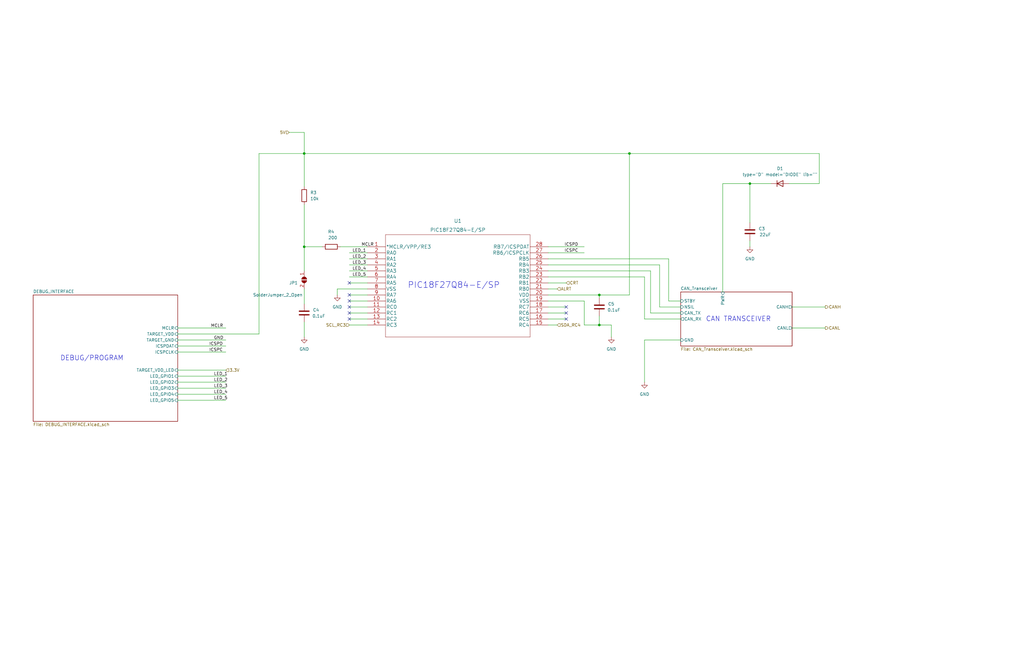
<source format=kicad_sch>
(kicad_sch (version 20211123) (generator eeschema)
  (paper "B")
  (title_block (title "ColodaroCUBE Payloads") (date "2022-01-26"))
  (lib_symbols
    (symbol "2022-01-25_01-41-04:PIC18F27Q84-E{slash}SP" (pin_names (offset 0.254))
      (property "Reference" "U" (at 38.1 10.16 0))
      (property "Value" "PIC18F27Q84-E{slash}SP" (at 38.1 7.62 0))
      (symbol "PIC18F27Q84-E{slash}SP_1_1"
        (polyline (pts (xy 7.62 -38.1) (xy 68.58 -38.1)) (stroke (width 0.127)))
        (polyline (pts (xy 7.62 5.08) (xy 7.62 -38.1)) (stroke (width 0.127)))
        (polyline (pts (xy 68.58 -38.1) (xy 68.58 5.08)) (stroke (width 0.127)))
        (polyline (pts (xy 68.58 5.08) (xy 7.62 5.08)) (stroke (width 0.127)))
        (pin bidirectional line (at 0 0 0) (length 7.62) (name "*MCLR/VPP/RE3") (number "1"))
        (pin bidirectional line (at 0 -22.86 0) (length 7.62) (name "RA6") (number "10"))
        (pin bidirectional line (at 0 -25.4 0) (length 7.62) (name "RC0") (number "11"))
        (pin bidirectional line (at 0 -27.94 0) (length 7.62) (name "RC1") (number "12"))
        (pin bidirectional line (at 0 -30.48 0) (length 7.62) (name "RC2") (number "13"))
        (pin bidirectional line (at 0 -33.02 0) (length 7.62) (name "RC3") (number "14"))
        (pin bidirectional line (at 76.2 -33.02 180) (length 7.62) (name "RC4") (number "15"))
        (pin bidirectional line (at 76.2 -30.48 180) (length 7.62) (name "RC5") (number "16"))
        (pin bidirectional line (at 76.2 -27.94 180) (length 7.62) (name "RC6") (number "17"))
        (pin bidirectional line (at 76.2 -25.4 180) (length 7.62) (name "RC7") (number "18"))
        (pin power_in line (at 76.2 -22.86 180) (length 7.62) (name "VSS") (number "19"))
        (pin bidirectional line (at 0 -2.54 0) (length 7.62) (name "RA0") (number "2"))
        (pin power_in line (at 76.2 -20.32 180) (length 7.62) (name "VDD") (number "20"))
        (pin bidirectional line (at 76.2 -17.78 180) (length 7.62) (name "RB0") (number "21"))
        (pin bidirectional line (at 76.2 -15.24 180) (length 7.62) (name "RB1") (number "22"))
        (pin bidirectional line (at 76.2 -12.7 180) (length 7.62) (name "RB2") (number "23"))
        (pin bidirectional line (at 76.2 -10.16 180) (length 7.62) (name "RB3") (number "24"))
        (pin bidirectional line (at 76.2 -7.62 180) (length 7.62) (name "RB4") (number "25"))
        (pin bidirectional line (at 76.2 -5.08 180) (length 7.62) (name "RB5") (number "26"))
        (pin bidirectional line (at 76.2 -2.54 180) (length 7.62) (name "RB6/ICSPCLK") (number "27"))
        (pin bidirectional line (at 76.2 0 180) (length 7.62) (name "RB7/ICSPDAT") (number "28"))
        (pin bidirectional line (at 0 -5.08 0) (length 7.62) (name "RA1") (number "3"))
        (pin bidirectional line (at 0 -7.62 0) (length 7.62) (name "RA2") (number "4"))
        (pin bidirectional line (at 0 -10.16 0) (length 7.62) (name "RA3") (number "5"))
        (pin bidirectional line (at 0 -12.7 0) (length 7.62) (name "RA4") (number "6"))
        (pin bidirectional line (at 0 -15.24 0) (length 7.62) (name "RA5") (number "7"))
        (pin power_in line (at 0 -17.78 0) (length 7.62) (name "VSS") (number "8"))
        (pin bidirectional line (at 0 -20.32 0) (length 7.62) (name "RA7") (number "9"))
      )
    )
    (symbol "Device:C" (pin_numbers hide) (pin_names (offset 0.254))
      (property "Reference" "C" (at 0.635 2.54 0))
      (property "Value" "C" (at 0.635 -2.54 0))
      (symbol "C_0_1"
        (polyline (pts (xy -2.032 -0.762) (xy 2.032 -0.762)) (stroke (width 0.508)))
        (polyline (pts (xy -2.032 0.762) (xy 2.032 0.762)) (stroke (width 0.508)))
      )
      (symbol "C_1_1"
        (pin passive line (at 0 3.81 270) (length 2.794) (name "~") (number "1"))
        (pin passive line (at 0 -3.81 90) (length 2.794) (name "~") (number "2"))
      )
    )
    (symbol "Device:R" (pin_numbers hide) (pin_names (offset 0))
      (property "Reference" "R" (at 2.032 0 90))
      (property "Value" "R" (at 0 0 90))
      (symbol "R_0_1"
        (rectangle (start -1.016 -2.54) (end 1.016 2.54) (stroke (width 0.254)))
      )
      (symbol "R_1_1"
        (pin passive line (at 0 3.81 270) (length 1.27) (name "~") (number "1"))
        (pin passive line (at 0 -3.81 90) (length 1.27) (name "~") (number "2"))
      )
    )
    (symbol "Jumper:SolderJumper_2_Open" (pin_names (offset 0) hide)
      (property "Reference" "JP" (at 0 2.032 0))
      (property "Value" "SolderJumper_2_Open" (at 0 -2.54 0))
      (symbol "SolderJumper_2_Open_0_1"
        (arc (start -0.254 1.016) (mid -1.27 0) (end -0.254 -1.016))
        (arc (start -0.254 1.016) (mid -1.27 0) (end -0.254 -1.016) (fill (type outline)))
        (polyline (pts (xy -0.254 1.016) (xy -0.254 -1.016)))
        (polyline (pts (xy 0.254 1.016) (xy 0.254 -1.016)))
        (arc (start 0.254 -1.016) (mid 1.27 0) (end 0.254 1.016))
        (arc (start 0.254 -1.016) (mid 1.27 0) (end 0.254 1.016) (fill (type outline)))
      )
      (symbol "SolderJumper_2_Open_1_1"
        (pin passive line (at -3.81 0 0) (length 2.54) (name "A") (number "1"))
        (pin passive line (at 3.81 0 180) (length 2.54) (name "B") (number "2"))
      )
    )
    (symbol "Simulation_SPICE:DIODE" (pin_numbers hide) (pin_names (offset 1.016) hide)
      (property "Reference" "D" (at 0 2.54 0))
      (property "Value" "DIODE" (at 0 -2.54 0))
      (symbol "DIODE_0_1"
        (polyline (pts (xy 1.27 0) (xy -1.27 0)))
        (polyline (pts (xy 1.27 1.27) (xy 1.27 -1.27)) (stroke (width 0.254)))
        (polyline (pts (xy -1.27 -1.27) (xy -1.27 1.27) (xy 1.27 0) (xy -1.27 -1.27)) (stroke (width 0.254)))
      )
      (symbol "DIODE_1_1"
        (pin passive line (at -3.81 0 0) (length 2.54) (name "A") (number "1"))
        (pin passive line (at 3.81 0 180) (length 2.54) (name "K") (number "2"))
      )
    )
    (symbol "power:GND" (power) (pin_names (offset 0))
      (property "Value" "GND" (at 0 -3.81 0))
      (symbol "GND_0_1"
        (polyline (pts (xy 0 0) (xy 0 -1.27) (xy 1.27 -1.27) (xy 0 -2.54) (xy -1.27 -1.27) (xy 0 -1.27)))
      )
      (symbol "GND_1_1"
        (pin power_in line (at 0 0 270) (length 0) hide (name "GND") (number "1"))
      )
    )
  )
  (junction (at 316.23 77.47))
  (junction (at 265.43 64.77))
  (junction (at 128.27 104.14))
  (junction (at 252.73 137.16))
  (junction (at 252.73 124.46))
  (junction (at 128.27 64.77))
  (no_connect (at 147.32 132.08))
  (no_connect (at 147.32 134.62))
  (no_connect (at 238.76 129.54))
  (no_connect (at 238.76 132.08))
  (no_connect (at 238.76 134.62))
  (no_connect (at 147.32 119.38))
  (no_connect (at 147.32 124.46))
  (no_connect (at 147.32 127))
  (no_connect (at 147.32 129.54))
  (wire (pts (xy 128.27 135.89) (xy 128.27 142.24)))
  (wire (pts (xy 278.13 111.76) (xy 278.13 129.54)))
  (wire (pts (xy 74.93 148.59) (xy 95.25 148.59)))
  (wire (pts (xy 147.32 132.08) (xy 154.94 132.08)))
  (wire (pts (xy 147.32 127) (xy 154.94 127)))
  (wire (pts (xy 74.93 156.21) (xy 95.25 156.21)))
  (wire (pts (xy 121.92 55.88) (xy 128.27 55.88)))
  (wire (pts (xy 143.51 104.14) (xy 154.94 104.14)))
  (wire (pts (xy 231.14 104.14) (xy 246.38 104.14)))
  (wire (pts (xy 271.78 134.62) (xy 271.78 116.84)))
  (wire (pts (xy 74.93 146.05) (xy 95.25 146.05)))
  (wire (pts (xy 147.32 116.84) (xy 154.94 116.84)))
  (wire (pts (xy 265.43 64.77) (xy 128.27 64.77)))
  (wire (pts (xy 128.27 55.88) (xy 128.27 64.77)))
  (wire (pts (xy 231.14 121.92) (xy 234.95 121.92)))
  (wire (pts (xy 74.93 158.75) (xy 95.25 158.75)))
  (wire (pts (xy 271.78 116.84) (xy 231.14 116.84)))
  (wire (pts (xy 128.27 64.77) (xy 128.27 78.74)))
  (wire (pts (xy 287.02 132.08) (xy 274.32 132.08)))
  (wire (pts (xy 231.14 119.38) (xy 238.76 119.38)))
  (wire (pts (xy 231.14 106.68) (xy 246.38 106.68)))
  (wire (pts (xy 74.93 163.83) (xy 95.25 163.83)))
  (wire (pts (xy 74.93 166.37) (xy 95.25 166.37)))
  (wire (pts (xy 281.94 109.22) (xy 281.94 127)))
  (wire (pts (xy 281.94 127) (xy 287.02 127)))
  (wire (pts (xy 147.32 114.3) (xy 154.94 114.3)))
  (wire (pts (xy 128.27 86.36) (xy 128.27 104.14)))
  (wire (pts (xy 316.23 101.6) (xy 316.23 104.14)))
  (wire (pts (xy 304.8 77.47) (xy 316.23 77.47)))
  (wire (pts (xy 257.81 137.16) (xy 252.73 137.16)))
  (wire (pts (xy 231.14 129.54) (xy 238.76 129.54)))
  (wire (pts (xy 246.38 137.16) (xy 252.73 137.16)))
  (wire (pts (xy 74.93 138.43) (xy 95.25 138.43)))
  (wire (pts (xy 231.14 137.16) (xy 234.95 137.16)))
  (wire (pts (xy 147.32 124.46) (xy 154.94 124.46)))
  (wire (pts (xy 147.32 134.62) (xy 154.94 134.62)))
  (wire (pts (xy 142.24 121.92) (xy 142.24 124.46)))
  (wire (pts (xy 231.14 134.62) (xy 238.76 134.62)))
  (wire (pts (xy 231.14 127) (xy 246.38 127)))
  (wire (pts (xy 246.38 127) (xy 246.38 137.16)))
  (wire (pts (xy 128.27 104.14) (xy 135.89 104.14)))
  (wire (pts (xy 147.32 129.54) (xy 154.94 129.54)))
  (wire (pts (xy 231.14 109.22) (xy 281.94 109.22)))
  (wire (pts (xy 231.14 114.3) (xy 274.32 114.3)))
  (wire (pts (xy 274.32 132.08) (xy 274.32 114.3)))
  (wire (pts (xy 334.01 138.43) (xy 347.98 138.43)))
  (wire (pts (xy 74.93 143.51) (xy 95.25 143.51)))
  (wire (pts (xy 334.01 129.54) (xy 347.98 129.54)))
  (wire (pts (xy 265.43 64.77) (xy 265.43 124.46)))
  (wire (pts (xy 304.8 77.47) (xy 304.8 123.19)))
  (wire (pts (xy 128.27 121.92) (xy 128.27 128.27)))
  (wire (pts (xy 278.13 129.54) (xy 287.02 129.54)))
  (wire (pts (xy 316.23 77.47) (xy 325.12 77.47)))
  (wire (pts (xy 74.93 168.91) (xy 95.25 168.91)))
  (wire (pts (xy 147.32 109.22) (xy 154.94 109.22)))
  (wire (pts (xy 332.74 77.47) (xy 345.44 77.47)))
  (wire (pts (xy 231.14 132.08) (xy 238.76 132.08)))
  (wire (pts (xy 252.73 124.46) (xy 252.73 125.73)))
  (wire (pts (xy 74.93 140.97) (xy 109.22 140.97)))
  (wire (pts (xy 109.22 64.77) (xy 128.27 64.77)))
  (wire (pts (xy 147.32 106.68) (xy 154.94 106.68)))
  (wire (pts (xy 257.81 137.16) (xy 257.81 142.24)))
  (wire (pts (xy 142.24 121.92) (xy 154.94 121.92)))
  (wire (pts (xy 271.78 143.51) (xy 271.78 161.29)))
  (wire (pts (xy 316.23 77.47) (xy 316.23 93.98)))
  (wire (pts (xy 252.73 133.35) (xy 252.73 137.16)))
  (wire (pts (xy 231.14 111.76) (xy 278.13 111.76)))
  (wire (pts (xy 231.14 124.46) (xy 252.73 124.46)))
  (wire (pts (xy 345.44 77.47) (xy 345.44 64.77)))
  (wire (pts (xy 345.44 64.77) (xy 265.43 64.77)))
  (wire (pts (xy 147.32 137.16) (xy 154.94 137.16)))
  (wire (pts (xy 252.73 124.46) (xy 265.43 124.46)))
  (wire (pts (xy 147.32 119.38) (xy 154.94 119.38)))
  (wire (pts (xy 287.02 134.62) (xy 271.78 134.62)))
  (wire (pts (xy 271.78 143.51) (xy 287.02 143.51)))
  (wire (pts (xy 147.32 111.76) (xy 154.94 111.76)))
  (wire (pts (xy 74.93 161.29) (xy 95.25 161.29)))
  (wire (pts (xy 128.27 104.14) (xy 128.27 114.3)))
  (wire (pts (xy 109.22 140.97) (xy 109.22 64.77)))
  (text "PIC18F27Q84-E/SP" (at 210.82 121.92 180) (effects (font (size 2.54 2.54)) (justify right bottom)))
  (text "DEBUG/PROGRAM" (at 25.4 152.4 0) (effects (font (size 2.032 2.032)) (justify left bottom)))
  (text "CAN TRANSCEIVER" (at 325.12 135.89 180) (effects (font (size 2.032 2.032)) (justify right bottom)))
  (label "LED_1" (at 148.59 106.68 0))
  (label "LED_3" (at 148.59 111.76 0))
  (label "GND" (at 90.17 143.51 0))
  (label "MCLR" (at 152.4 104.14 0))
  (label "ICSPD" (at 93.98 146.05 180))
  (label "LED_4" (at 148.59 114.3 0))
  (label "ICSPC" (at 93.98 148.59 180))
  (label "LED_2" (at 148.59 109.22 0))
  (label "MCLR" (at 88.9 138.43 0))
  (label "LED_1" (at 90.17 158.75 0))
  (label "ICSPC" (at 243.84 106.68 180))
  (label "LED_5" (at 148.59 116.84 0))
  (label "LED_5" (at 90.17 168.91 0))
  (label "LED_4" (at 90.17 166.37 0))
  (label "LED_2" (at 90.17 161.29 0))
  (label "LED_3" (at 90.17 163.83 0))
  (label "ICSPD" (at 243.84 104.14 180))
  (hierarchical_label "CRT" (shape input) (at 238.76 119.38 0))
  (hierarchical_label "CANH" (shape output) (at 347.98 129.54 0))
  (hierarchical_label "5V" (shape input) (at 121.92 55.88 180))
  (hierarchical_label "SDA_RC4" (shape input) (at 234.95 137.16 0))
  (hierarchical_label "ALRT" (shape input) (at 234.95 121.92 0))
  (hierarchical_label "CANL" (shape output) (at 347.98 138.43 0))
  (hierarchical_label "SCL_RC3" (shape input) (at 147.32 137.16 180))
  (hierarchical_label "3.3V" (shape input) (at 95.25 156.21 0))
  (symbol (lib_id "power:GND") (at 142.24 124.46 0) (unit 1)
    (property "Reference" "#PWR0102" (effects hide))
    (property "Value" "GND" (at 142.24 129.54 0))
  )
  (symbol (lib_id "2022-01-25_01-41-04:PIC18F27Q84-E{slash}SP") (at 154.94 104.14 0) (unit 1)
    (property "Reference" "U1" (at 193.04 93.218 0) (effects (font (size 1.524 1.524))))
    (property "Value" "PIC18F27Q84-E/SP" (at 193.04 97.028 0) (effects (font (size 1.524 1.524))))
    (property "Footprint" "footprints:PIC18F27Q84-E&slash_SP" (effects hide))
  )
  (symbol (lib_id "power:GND") (at 316.23 104.14 0) (unit 1)
    (property "Reference" "#PWR02" (effects hide))
    (property "Value" "GND" (at 316.23 109.22 0))
  )
  (symbol (lib_id "Device:R") (at 139.7 104.14 90) (unit 1)
    (property "Reference" "R4" (at 140.97 97.79 90) (effects (justify left)))
    (property "Value" "200" (at 142.24 100.33 90) (effects (justify left)))
    (property "Footprint" "Resistor_SMD:R_0603_1608Metric_Pad0.98x0.95mm_HandSolder" (effects hide))
  )
  (symbol (lib_id "Simulation_SPICE:DIODE") (at 328.93 77.47 180) (unit 1)
    (property "Reference" "D1" (at 328.93 71.12 0))
    (property "Value" "DIODE" (at 328.93 73.66 0))
    (property "Footprint" "Diode_SMD:D_0805_2012Metric_Pad1.15x1.40mm_HandSolder" (effects hide))
    (property "Spice_Netlist_Enabled" "Y" (effects hide))
    (property "Spice_Primitive" "D" (effects hide))
  )
  (symbol (lib_id "power:GND") (at 128.27 142.24 0) (unit 1)
    (property "Reference" "#PWR01" (effects hide))
    (property "Value" "GND" (at 128.27 147.32 0))
  )
  (symbol (lib_id "Device:C") (at 316.23 97.79 180) (unit 1)
    (property "Reference" "C3" (at 322.58 96.52 0) (effects (justify left)))
    (property "Value" "22uF" (at 325.12 99.06 0) (effects (justify left)))
    (property "Footprint" "Capacitor_SMD:C_0603_1608Metric_Pad1.08x0.95mm_HandSolder" (effects hide))
    (property "Voltage" "25V" (effects hide))
    (property "Mfr. #" "CL10B104KA8NNNC" (effects hide))
    (property "Order" "https://www.digikey.com/product-detail/en/samsung-electro-mechanics/CL10B104KA8NNNC/1276-1006-1-ND/3889092" (effects hide))
  )
  (symbol (lib_id "power:GND") (at 257.81 142.24 0) (unit 1)
    (property "Reference" "#PWR03" (effects hide))
    (property "Value" "GND" (at 257.81 147.32 0))
  )
  (symbol (lib_id "Device:C") (at 128.27 132.08 180) (unit 1)
    (property "Reference" "C4" (at 134.62 130.81 0) (effects (justify left)))
    (property "Value" "0.1uF" (at 137.16 133.35 0) (effects (justify left)))
    (property "Footprint" "Capacitor_SMD:C_0603_1608Metric_Pad1.08x0.95mm_HandSolder" (effects hide))
    (property "Voltage" "25V" (effects hide))
    (property "Mfr. #" "CL10B104KA8NNNC" (effects hide))
    (property "Order" "https://www.digikey.com/product-detail/en/samsung-electro-mechanics/CL10B104KA8NNNC/1276-1006-1-ND/3889092" (effects hide))
  )
  (symbol (lib_id "power:GND") (at 271.78 161.29 0) (unit 1)
    (property "Reference" "#PWR0101" (effects hide))
    (property "Value" "GND" (at 271.78 166.37 0))
  )
  (symbol (lib_id "Device:R") (at 128.27 82.55 0) (unit 1)
    (property "Reference" "R3" (at 130.81 81.2799 0) (effects (justify left)))
    (property "Value" "10k" (at 130.81 83.8199 0) (effects (justify left)))
    (property "Footprint" "Resistor_SMD:R_0603_1608Metric_Pad0.98x0.95mm_HandSolder" (effects hide))
  )
  (symbol (lib_id "Device:C") (at 252.73 129.54 180) (unit 1)
    (property "Reference" "C5" (at 259.08 128.27 0) (effects (justify left)))
    (property "Value" "0.1uF" (at 261.62 130.81 0) (effects (justify left)))
    (property "Footprint" "Capacitor_SMD:C_0603_1608Metric_Pad1.08x0.95mm_HandSolder" (effects hide))
    (property "Voltage" "25V" (effects hide))
    (property "Mfr. #" "CL10B104KA8NNNC" (effects hide))
    (property "Order" "https://www.digikey.com/product-detail/en/samsung-electro-mechanics/CL10B104KA8NNNC/1276-1006-1-ND/3889092" (effects hide))
  )
  (symbol (lib_id "Jumper:SolderJumper_2_Open") (at 128.27 118.11 270) (unit 1)
    (property "Reference" "JP1" (at 121.92 119.38 90) (effects (justify left)))
    (property "Value" "SolderJumper_2_Open" (at 106.68 124.46 90) (effects (justify left)))
    (property "Footprint" "Jumper:SolderJumper-2_P1.3mm_Bridged2Bar_Pad1.0x1.5mm" (effects hide))
  )
  (sheet (at 13.97 124.46) (size 60.96 53.34) (stroke (width 0.1524))
    (property "Sheet name" "DEBUG_INTERFACE" (at 13.97 123.7484 0) (effects (justify left bottom)))
    (property "Sheet file" "DEBUG_INTERFACE.kicad_sch" (at 13.97 178.3846 0) (effects (justify left top)))
    (pin "TARGET_VDD" input (at 74.93 140.97 0))
    (pin "ICSPDAT" input (at 74.93 146.05 0))
    (pin "MCLR" input (at 74.93 138.43 0))
    (pin "ICSPCLK" input (at 74.93 148.59 0))
    (pin "LED_GPIO3" input (at 74.93 163.83 0))
    (pin "LED_GPIO1" input (at 74.93 158.75 0))
    (pin "LED_GPIO2" input (at 74.93 161.29 0))
    (pin "LED_GPIO5" input (at 74.93 168.91 0))
    (pin "LED_GPIO4" input (at 74.93 166.37 0))
    (pin "TARGET_GND" input (at 74.93 143.51 0))
    (pin "TARGET_VDD_LED" input (at 74.93 156.21 0))
  )
  (sheet (at 287.02 123.19) (size 46.99 22.86) (stroke (width 0.1524))
    (property "Sheet name" "CAN_Transceiver" (at 287.02 122.4784 0) (effects (justify left bottom)))
    (property "Sheet file" "CAN_Transceiver.kicad_sch" (at 287.02 146.6346 0) (effects (justify left top)))
    (pin "CANL" output (at 334.01 138.43 0))
    (pin "CANH" output (at 334.01 129.54 0))
    (pin "GND" input (at 287.02 143.51 180))
    (pin "NSIL" input (at 287.02 129.54 180))
    (pin "CAN_RX" output (at 287.02 134.62 180))
    (pin "STBY" input (at 287.02 127 180))
    (pin "CAN_TX" input (at 287.02 132.08 180))
    (pin "PWR" input (at 304.8 123.19 90))
  )
)
</source>
